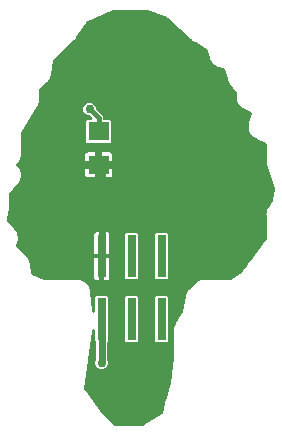
<source format=gbr>
G04 EAGLE Gerber RS-274X export*
G75*
%MOMM*%
%FSLAX34Y34*%
%LPD*%
%INBottom Copper*%
%IPPOS*%
%AMOC8*
5,1,8,0,0,1.08239X$1,22.5*%
G01*
%ADD10R,1.803000X1.600000*%
%ADD11R,0.787400X3.556000*%
%ADD12C,0.406400*%
%ADD13C,0.756400*%
%ADD14C,0.609600*%

G36*
X60332Y16525D02*
X60332Y16525D01*
X60453Y16530D01*
X60505Y16544D01*
X60559Y16551D01*
X60672Y16591D01*
X60789Y16624D01*
X60850Y16655D01*
X60887Y16668D01*
X60926Y16693D01*
X61007Y16734D01*
X76700Y26324D01*
X76823Y26421D01*
X76948Y26514D01*
X76960Y26528D01*
X76974Y26539D01*
X77073Y26661D01*
X77173Y26780D01*
X77182Y26796D01*
X77193Y26810D01*
X77261Y26952D01*
X77332Y27090D01*
X77338Y27111D01*
X77344Y27124D01*
X77354Y27166D01*
X77399Y27325D01*
X77919Y29925D01*
X78224Y31448D01*
X78528Y32971D01*
X78528Y32972D01*
X78576Y33212D01*
X78586Y33326D01*
X78604Y33440D01*
X78602Y33517D01*
X78605Y33559D01*
X78599Y33603D01*
X78596Y33685D01*
X78575Y33868D01*
X79000Y35357D01*
X79007Y35399D01*
X79029Y35477D01*
X79333Y36995D01*
X79436Y37148D01*
X79488Y37250D01*
X79549Y37348D01*
X79576Y37420D01*
X79595Y37458D01*
X79606Y37500D01*
X79635Y37577D01*
X83941Y52647D01*
X83941Y52653D01*
X83943Y52658D01*
X83959Y52736D01*
X83971Y52774D01*
X83974Y52816D01*
X83990Y52898D01*
X86350Y74139D01*
X86350Y74189D01*
X86359Y74307D01*
X86359Y95082D01*
X86352Y95146D01*
X86354Y95210D01*
X86323Y95394D01*
X86319Y95428D01*
X86316Y95437D01*
X86314Y95451D01*
X86172Y96016D01*
X86343Y97160D01*
X86344Y97191D01*
X86359Y97385D01*
X86359Y98541D01*
X86582Y99079D01*
X86600Y99141D01*
X86626Y99200D01*
X86668Y99381D01*
X86678Y99415D01*
X86678Y99424D01*
X86682Y99438D01*
X86767Y100015D01*
X87362Y101006D01*
X87375Y101034D01*
X87445Y101171D01*
X87454Y101186D01*
X87456Y101192D01*
X87464Y101207D01*
X87906Y102276D01*
X88318Y102688D01*
X88358Y102738D01*
X88405Y102782D01*
X88513Y102933D01*
X88535Y102961D01*
X88539Y102969D01*
X88547Y102981D01*
X94286Y112545D01*
X94354Y112695D01*
X94423Y112841D01*
X94426Y112854D01*
X94430Y112863D01*
X94436Y112896D01*
X94482Y113079D01*
X96499Y125177D01*
X96499Y125180D01*
X96500Y125183D01*
X96519Y125427D01*
X96519Y126481D01*
X96782Y127115D01*
X96796Y127164D01*
X96818Y127210D01*
X96860Y127381D01*
X96871Y127413D01*
X96872Y127426D01*
X96877Y127447D01*
X96990Y128124D01*
X97548Y129018D01*
X97549Y129021D01*
X97551Y129024D01*
X97663Y129242D01*
X98066Y130216D01*
X98551Y130701D01*
X98583Y130741D01*
X98621Y130775D01*
X98767Y130971D01*
X99130Y131553D01*
X99987Y132166D01*
X99990Y132168D01*
X99993Y132170D01*
X100179Y132328D01*
X102932Y135081D01*
X106004Y138154D01*
X109739Y139701D01*
X133622Y139701D01*
X133772Y139718D01*
X133922Y139730D01*
X133945Y139738D01*
X133969Y139741D01*
X134110Y139791D01*
X134254Y139838D01*
X134279Y139852D01*
X134297Y139858D01*
X134336Y139884D01*
X134467Y139957D01*
X144820Y146858D01*
X144822Y146860D01*
X144826Y146862D01*
X144957Y146974D01*
X145085Y147083D01*
X145088Y147086D01*
X145090Y147089D01*
X145242Y147280D01*
X147981Y151389D01*
X148036Y151497D01*
X148099Y151600D01*
X148122Y151664D01*
X148140Y151699D01*
X148151Y151744D01*
X148182Y151830D01*
X148219Y151963D01*
X149198Y153221D01*
X149219Y153256D01*
X149263Y153312D01*
X150147Y154638D01*
X150261Y154714D01*
X150353Y154793D01*
X150451Y154864D01*
X150497Y154915D01*
X150527Y154940D01*
X150554Y154977D01*
X150616Y155045D01*
X164778Y173254D01*
X164795Y173281D01*
X164816Y173305D01*
X164885Y173430D01*
X164959Y173551D01*
X164969Y173582D01*
X164985Y173610D01*
X165024Y173747D01*
X165068Y173883D01*
X165071Y173914D01*
X165080Y173945D01*
X165099Y174189D01*
X165099Y194423D01*
X165096Y194451D01*
X165098Y194479D01*
X165070Y194722D01*
X164900Y195569D01*
X164977Y195959D01*
X165070Y196429D01*
X165072Y196455D01*
X165080Y196481D01*
X165099Y196725D01*
X165099Y197601D01*
X165430Y198399D01*
X165438Y198427D01*
X165450Y198451D01*
X165517Y198687D01*
X165580Y199005D01*
X165580Y199006D01*
X165685Y199534D01*
X166171Y200264D01*
X166183Y200287D01*
X166199Y200308D01*
X166311Y200526D01*
X166646Y201336D01*
X167257Y201947D01*
X167275Y201969D01*
X167296Y201987D01*
X167448Y202179D01*
X170495Y206750D01*
X170506Y206772D01*
X170522Y206792D01*
X170585Y206927D01*
X170654Y207060D01*
X170660Y207084D01*
X170670Y207107D01*
X170730Y207344D01*
X172343Y217020D01*
X172348Y217122D01*
X172362Y217223D01*
X172356Y217296D01*
X172360Y217368D01*
X172342Y217469D01*
X172333Y217570D01*
X172307Y217664D01*
X172298Y217711D01*
X172284Y217745D01*
X172266Y217806D01*
X165816Y235007D01*
X165806Y235025D01*
X165797Y235055D01*
X165084Y236776D01*
X165082Y236791D01*
X165069Y236941D01*
X165062Y236969D01*
X165059Y236987D01*
X165044Y237032D01*
X165036Y237059D01*
X165098Y238907D01*
X165097Y238927D01*
X165099Y238958D01*
X165099Y254399D01*
X165097Y254421D01*
X165099Y254443D01*
X165077Y254594D01*
X165059Y254745D01*
X165052Y254766D01*
X165049Y254788D01*
X164993Y254930D01*
X164942Y255073D01*
X164930Y255092D01*
X164922Y255113D01*
X164836Y255238D01*
X164753Y255366D01*
X164737Y255382D01*
X164724Y255400D01*
X164612Y255502D01*
X164502Y255608D01*
X164483Y255620D01*
X164467Y255635D01*
X164257Y255761D01*
X156623Y259578D01*
X156582Y259594D01*
X156543Y259616D01*
X156311Y259694D01*
X155595Y259873D01*
X154790Y260469D01*
X154781Y260474D01*
X154774Y260481D01*
X154564Y260608D01*
X153668Y261056D01*
X153184Y261614D01*
X153152Y261644D01*
X153125Y261679D01*
X152940Y261840D01*
X152347Y262279D01*
X151832Y263138D01*
X151825Y263146D01*
X151821Y263156D01*
X151676Y263353D01*
X151020Y264109D01*
X150786Y264810D01*
X150768Y264850D01*
X150756Y264893D01*
X150647Y265112D01*
X150267Y265745D01*
X150120Y266736D01*
X150117Y266746D01*
X150117Y266756D01*
X150058Y266994D01*
X149742Y267944D01*
X149794Y268681D01*
X149792Y268725D01*
X149798Y268769D01*
X149781Y269013D01*
X149672Y269744D01*
X149915Y270716D01*
X149917Y270726D01*
X149920Y270735D01*
X149957Y270977D01*
X150028Y271976D01*
X150358Y272637D01*
X150374Y272678D01*
X150396Y272717D01*
X150474Y272949D01*
X152260Y280092D01*
X152279Y280241D01*
X152303Y280389D01*
X152302Y280413D01*
X152305Y280437D01*
X152290Y280587D01*
X152280Y280737D01*
X152273Y280760D01*
X152270Y280784D01*
X152222Y280926D01*
X152178Y281070D01*
X152166Y281091D01*
X152158Y281114D01*
X152078Y281242D01*
X152003Y281371D01*
X151987Y281389D01*
X151974Y281410D01*
X151867Y281516D01*
X151764Y281625D01*
X151740Y281642D01*
X151727Y281656D01*
X151687Y281681D01*
X151565Y281767D01*
X145374Y285482D01*
X145346Y285495D01*
X145173Y285584D01*
X144104Y286026D01*
X143692Y286438D01*
X143642Y286478D01*
X143598Y286525D01*
X143446Y286633D01*
X143419Y286655D01*
X143411Y286659D01*
X143399Y286667D01*
X142899Y286967D01*
X142211Y287896D01*
X142190Y287919D01*
X142064Y288067D01*
X141246Y288884D01*
X141023Y289423D01*
X140992Y289479D01*
X140969Y289539D01*
X140871Y289697D01*
X140854Y289727D01*
X140847Y289735D01*
X140840Y289747D01*
X140493Y290215D01*
X140212Y291337D01*
X140201Y291366D01*
X140142Y291550D01*
X139699Y292619D01*
X139699Y293202D01*
X139692Y293266D01*
X139694Y293330D01*
X139663Y293514D01*
X139659Y293548D01*
X139656Y293557D01*
X139654Y293571D01*
X139512Y294136D01*
X139683Y295280D01*
X139684Y295311D01*
X139699Y295505D01*
X139699Y298365D01*
X139697Y298384D01*
X139699Y298402D01*
X139677Y298557D01*
X139659Y298712D01*
X139653Y298729D01*
X139651Y298747D01*
X139594Y298893D01*
X139542Y299040D01*
X139532Y299055D01*
X139525Y299072D01*
X139395Y299279D01*
X134360Y305992D01*
X134333Y306020D01*
X134292Y306076D01*
X133240Y307289D01*
X133200Y307408D01*
X133149Y307519D01*
X133104Y307634D01*
X133069Y307690D01*
X133053Y307724D01*
X133024Y307761D01*
X132974Y307840D01*
X132899Y307940D01*
X132500Y309497D01*
X132486Y309533D01*
X132470Y309600D01*
X129549Y318362D01*
X129499Y318469D01*
X129457Y318580D01*
X129425Y318627D01*
X129402Y318678D01*
X129329Y318771D01*
X129263Y318869D01*
X129221Y318908D01*
X129186Y318952D01*
X129094Y319026D01*
X129007Y319107D01*
X128959Y319135D01*
X128914Y319170D01*
X128808Y319221D01*
X128705Y319280D01*
X128637Y319303D01*
X128600Y319321D01*
X128556Y319330D01*
X128473Y319358D01*
X125087Y320205D01*
X125039Y320211D01*
X124942Y320234D01*
X123505Y320447D01*
X123263Y320593D01*
X123170Y320635D01*
X123081Y320686D01*
X122989Y320717D01*
X122946Y320737D01*
X122909Y320744D01*
X122849Y320764D01*
X122575Y320833D01*
X121408Y321698D01*
X121366Y321722D01*
X121285Y321780D01*
X120039Y322527D01*
X119871Y322754D01*
X119801Y322829D01*
X119738Y322910D01*
X119666Y322974D01*
X119633Y323008D01*
X119602Y323029D01*
X119554Y323071D01*
X119327Y323239D01*
X118580Y324485D01*
X118550Y324523D01*
X118498Y324608D01*
X117633Y325775D01*
X117564Y326049D01*
X117528Y326145D01*
X117501Y326244D01*
X117458Y326331D01*
X117442Y326375D01*
X117421Y326406D01*
X117393Y326463D01*
X117247Y326705D01*
X117034Y328142D01*
X117021Y328189D01*
X117005Y328287D01*
X115698Y333513D01*
X115666Y333598D01*
X115644Y333686D01*
X115605Y333761D01*
X115576Y333840D01*
X115525Y333915D01*
X115484Y333995D01*
X115429Y334059D01*
X115382Y334129D01*
X115316Y334191D01*
X115257Y334260D01*
X115164Y334333D01*
X115128Y334368D01*
X115102Y334382D01*
X115065Y334411D01*
X104826Y341238D01*
X104762Y341270D01*
X104704Y341311D01*
X104554Y341377D01*
X104515Y341397D01*
X104501Y341401D01*
X104480Y341410D01*
X103980Y341583D01*
X103076Y342387D01*
X103042Y342411D01*
X102909Y342516D01*
X101902Y343187D01*
X101608Y343626D01*
X101562Y343680D01*
X101523Y343740D01*
X101410Y343859D01*
X101382Y343892D01*
X101370Y343901D01*
X101354Y343917D01*
X81234Y361802D01*
X81105Y361893D01*
X80978Y361985D01*
X80960Y361994D01*
X80949Y362002D01*
X80910Y362017D01*
X80757Y362089D01*
X64456Y368202D01*
X64310Y368239D01*
X64165Y368280D01*
X64136Y368282D01*
X64118Y368287D01*
X64071Y368287D01*
X63921Y368299D01*
X35551Y368299D01*
X35523Y368296D01*
X35495Y368298D01*
X35350Y368276D01*
X35205Y368259D01*
X35178Y368250D01*
X35151Y368246D01*
X34921Y368163D01*
X12321Y357890D01*
X12213Y357825D01*
X12100Y357767D01*
X12064Y357736D01*
X12022Y357711D01*
X11931Y357622D01*
X11836Y357540D01*
X11798Y357493D01*
X11772Y357468D01*
X11746Y357427D01*
X11684Y357348D01*
X4009Y345836D01*
X3997Y345813D01*
X3981Y345792D01*
X3869Y345574D01*
X3534Y344764D01*
X2923Y344153D01*
X2905Y344131D01*
X2884Y344113D01*
X2732Y343921D01*
X2253Y343202D01*
X1525Y342715D01*
X1505Y342697D01*
X1482Y342684D01*
X1295Y342526D01*
X-15568Y325663D01*
X-15568Y325662D01*
X-15569Y325662D01*
X-15687Y325513D01*
X-15784Y325390D01*
X-15785Y325389D01*
X-15866Y325217D01*
X-15933Y325075D01*
X-15933Y325074D01*
X-15934Y325073D01*
X-15993Y324836D01*
X-17759Y314243D01*
X-17759Y314240D01*
X-17760Y314237D01*
X-17779Y313993D01*
X-17779Y312939D01*
X-18042Y312305D01*
X-18056Y312256D01*
X-18078Y312210D01*
X-18137Y311973D01*
X-18250Y311296D01*
X-18808Y310402D01*
X-18809Y310399D01*
X-18811Y310396D01*
X-18923Y310178D01*
X-19326Y309204D01*
X-19811Y308719D01*
X-19843Y308679D01*
X-19881Y308645D01*
X-20026Y308449D01*
X-20390Y307867D01*
X-21247Y307254D01*
X-21250Y307252D01*
X-21253Y307250D01*
X-21439Y307092D01*
X-27493Y301037D01*
X-27572Y300938D01*
X-27656Y300845D01*
X-27680Y300802D01*
X-27710Y300764D01*
X-27764Y300650D01*
X-27825Y300540D01*
X-27838Y300493D01*
X-27859Y300449D01*
X-27885Y300326D01*
X-27920Y300204D01*
X-27925Y300143D01*
X-27932Y300109D01*
X-27931Y300061D01*
X-27939Y299960D01*
X-27939Y293538D01*
X-27932Y293474D01*
X-27934Y293410D01*
X-27903Y293226D01*
X-27899Y293192D01*
X-27896Y293183D01*
X-27894Y293169D01*
X-27752Y292604D01*
X-27923Y291460D01*
X-27924Y291429D01*
X-27939Y291235D01*
X-27939Y290079D01*
X-28162Y289541D01*
X-28180Y289479D01*
X-28206Y289420D01*
X-28248Y289239D01*
X-28258Y289205D01*
X-28258Y289196D01*
X-28262Y289182D01*
X-28347Y288605D01*
X-28942Y287614D01*
X-28955Y287586D01*
X-29044Y287413D01*
X-29486Y286344D01*
X-29898Y285932D01*
X-29938Y285882D01*
X-29985Y285838D01*
X-30093Y285686D01*
X-30115Y285659D01*
X-30119Y285651D01*
X-30127Y285639D01*
X-42962Y264247D01*
X-43010Y264143D01*
X-43065Y264043D01*
X-43081Y263985D01*
X-43106Y263930D01*
X-43128Y263818D01*
X-43160Y263707D01*
X-43166Y263630D01*
X-43174Y263588D01*
X-43173Y263545D01*
X-43179Y263464D01*
X-43179Y247537D01*
X-43176Y247509D01*
X-43178Y247481D01*
X-43150Y247238D01*
X-42980Y246391D01*
X-43150Y245531D01*
X-43152Y245505D01*
X-43160Y245479D01*
X-43179Y245235D01*
X-43179Y244359D01*
X-43510Y243561D01*
X-43518Y243533D01*
X-43530Y243509D01*
X-43597Y243273D01*
X-43765Y242426D01*
X-44251Y241696D01*
X-44263Y241673D01*
X-44279Y241652D01*
X-44391Y241434D01*
X-44726Y240624D01*
X-45337Y240013D01*
X-45355Y239991D01*
X-45376Y239973D01*
X-45478Y239844D01*
X-45490Y239831D01*
X-45497Y239820D01*
X-45528Y239781D01*
X-46674Y238061D01*
X-46736Y237941D01*
X-46803Y237825D01*
X-46815Y237787D01*
X-46833Y237751D01*
X-46866Y237620D01*
X-46905Y237492D01*
X-46908Y237452D01*
X-46917Y237413D01*
X-46919Y237278D01*
X-46928Y237144D01*
X-46922Y237104D01*
X-46922Y237064D01*
X-46894Y236933D01*
X-46872Y236800D01*
X-46857Y236763D01*
X-46848Y236724D01*
X-46790Y236602D01*
X-46739Y236478D01*
X-46716Y236445D01*
X-46699Y236409D01*
X-46615Y236304D01*
X-46536Y236194D01*
X-46500Y236160D01*
X-46481Y236137D01*
X-46442Y236106D01*
X-46358Y236027D01*
X-45414Y235272D01*
X-45240Y234954D01*
X-45186Y234879D01*
X-45141Y234798D01*
X-45067Y234711D01*
X-45038Y234670D01*
X-45015Y234650D01*
X-44982Y234612D01*
X-44726Y234356D01*
X-44200Y233086D01*
X-44176Y233042D01*
X-44127Y232934D01*
X-43465Y231731D01*
X-43425Y231371D01*
X-43404Y231280D01*
X-43393Y231189D01*
X-43358Y231080D01*
X-43347Y231031D01*
X-43333Y231003D01*
X-43318Y230956D01*
X-43179Y230621D01*
X-43179Y229247D01*
X-43174Y229197D01*
X-43170Y229079D01*
X-43018Y227713D01*
X-43119Y227365D01*
X-43134Y227274D01*
X-43160Y227185D01*
X-43169Y227071D01*
X-43177Y227022D01*
X-43175Y226991D01*
X-43179Y226941D01*
X-43179Y226579D01*
X-43705Y225310D01*
X-43719Y225262D01*
X-43761Y225151D01*
X-44143Y223831D01*
X-44370Y223548D01*
X-44419Y223469D01*
X-44476Y223397D01*
X-44528Y223295D01*
X-44555Y223253D01*
X-44565Y223224D01*
X-44588Y223179D01*
X-44726Y222844D01*
X-45698Y221873D01*
X-45729Y221834D01*
X-45810Y221747D01*
X-53005Y212753D01*
X-53028Y212717D01*
X-53056Y212686D01*
X-53120Y212570D01*
X-53191Y212458D01*
X-53204Y212418D01*
X-53225Y212381D01*
X-53261Y212253D01*
X-53304Y212128D01*
X-53308Y212086D01*
X-53320Y212045D01*
X-53339Y211801D01*
X-53339Y201805D01*
X-53336Y201778D01*
X-53338Y201752D01*
X-53310Y201509D01*
X-53140Y200649D01*
X-53310Y199802D01*
X-53312Y199774D01*
X-53320Y199747D01*
X-53339Y199503D01*
X-53339Y198639D01*
X-53675Y197829D01*
X-53682Y197804D01*
X-53694Y197780D01*
X-53761Y197545D01*
X-53960Y196550D01*
X-53960Y196549D01*
X-54265Y195026D01*
X-54569Y193503D01*
X-54570Y193503D01*
X-54874Y191980D01*
X-55009Y191306D01*
X-55010Y191288D01*
X-55015Y191271D01*
X-55025Y191114D01*
X-55038Y190959D01*
X-55035Y190941D01*
X-55036Y190923D01*
X-55010Y190769D01*
X-54987Y190614D01*
X-54980Y190597D01*
X-54977Y190580D01*
X-54916Y190435D01*
X-54859Y190290D01*
X-54849Y190275D01*
X-54842Y190258D01*
X-54705Y190056D01*
X-48894Y182793D01*
X-48841Y182740D01*
X-48796Y182681D01*
X-48679Y182579D01*
X-48647Y182547D01*
X-48632Y182538D01*
X-48611Y182520D01*
X-48207Y182221D01*
X-47572Y181162D01*
X-47545Y181126D01*
X-47455Y180994D01*
X-46683Y180029D01*
X-46543Y179546D01*
X-46514Y179477D01*
X-46495Y179405D01*
X-46426Y179267D01*
X-46409Y179224D01*
X-46398Y179210D01*
X-46386Y179186D01*
X-46127Y178755D01*
X-45946Y177533D01*
X-45934Y177490D01*
X-45902Y177333D01*
X-45558Y176147D01*
X-45614Y175647D01*
X-45613Y175572D01*
X-45623Y175498D01*
X-45613Y175344D01*
X-45612Y175298D01*
X-45608Y175281D01*
X-45607Y175254D01*
X-45532Y174756D01*
X-45832Y173558D01*
X-45838Y173514D01*
X-45868Y173357D01*
X-46005Y172129D01*
X-46247Y171688D01*
X-46276Y171619D01*
X-46313Y171555D01*
X-46362Y171408D01*
X-46379Y171366D01*
X-46382Y171349D01*
X-46391Y171323D01*
X-46958Y169053D01*
X-46976Y168916D01*
X-47001Y168780D01*
X-46999Y168744D01*
X-47003Y168708D01*
X-46990Y168570D01*
X-46983Y168432D01*
X-46973Y168397D01*
X-46969Y168361D01*
X-46924Y168230D01*
X-46886Y168097D01*
X-46868Y168066D01*
X-46857Y168031D01*
X-46783Y167914D01*
X-46716Y167793D01*
X-46687Y167759D01*
X-46672Y167736D01*
X-46637Y167700D01*
X-46558Y167607D01*
X-39219Y160268D01*
X-39216Y160266D01*
X-39214Y160264D01*
X-39027Y160106D01*
X-38170Y159493D01*
X-37807Y158911D01*
X-37775Y158872D01*
X-37750Y158827D01*
X-37649Y158708D01*
X-37636Y158689D01*
X-37623Y158678D01*
X-37591Y158641D01*
X-37106Y158156D01*
X-36703Y157182D01*
X-36701Y157179D01*
X-36700Y157175D01*
X-36588Y156958D01*
X-36030Y156064D01*
X-35917Y155387D01*
X-35903Y155338D01*
X-35897Y155288D01*
X-35822Y155055D01*
X-35559Y154421D01*
X-35559Y153367D01*
X-35559Y153364D01*
X-35559Y153360D01*
X-35539Y153117D01*
X-34208Y145132D01*
X-34176Y145021D01*
X-34153Y144907D01*
X-34128Y144854D01*
X-34112Y144797D01*
X-34055Y144696D01*
X-34007Y144591D01*
X-33970Y144544D01*
X-33942Y144493D01*
X-33864Y144407D01*
X-33793Y144316D01*
X-33747Y144279D01*
X-33707Y144235D01*
X-33612Y144169D01*
X-33522Y144097D01*
X-33455Y144061D01*
X-33420Y144037D01*
X-33379Y144021D01*
X-33305Y143983D01*
X-23602Y139824D01*
X-23591Y139821D01*
X-23581Y139815D01*
X-23423Y139771D01*
X-23268Y139724D01*
X-23257Y139723D01*
X-23246Y139720D01*
X-23002Y139701D01*
X4497Y139701D01*
X4546Y139706D01*
X4649Y139708D01*
X6080Y139851D01*
X6364Y139766D01*
X6463Y139748D01*
X6561Y139720D01*
X6660Y139712D01*
X6707Y139704D01*
X6743Y139706D01*
X6804Y139701D01*
X7101Y139701D01*
X8430Y139150D01*
X8477Y139137D01*
X8573Y139099D01*
X9950Y138684D01*
X10180Y138496D01*
X10265Y138441D01*
X10344Y138379D01*
X10432Y138333D01*
X10473Y138307D01*
X10507Y138295D01*
X10561Y138267D01*
X10836Y138154D01*
X11853Y137137D01*
X11891Y137107D01*
X11965Y137035D01*
X13078Y136124D01*
X13219Y135863D01*
X13276Y135780D01*
X13325Y135692D01*
X13390Y135616D01*
X13417Y135576D01*
X13444Y135552D01*
X13484Y135505D01*
X13694Y135296D01*
X14244Y133967D01*
X14268Y133924D01*
X14309Y133830D01*
X14989Y132562D01*
X15019Y132267D01*
X15040Y132168D01*
X15052Y132068D01*
X15083Y131973D01*
X15093Y131926D01*
X15108Y131894D01*
X15127Y131835D01*
X15241Y131561D01*
X15241Y130123D01*
X15246Y130074D01*
X15248Y129971D01*
X16899Y113461D01*
X16920Y113364D01*
X16932Y113266D01*
X16957Y113194D01*
X16973Y113120D01*
X17016Y113031D01*
X17049Y112938D01*
X17090Y112874D01*
X17123Y112805D01*
X17185Y112728D01*
X17238Y112645D01*
X17293Y112592D01*
X17340Y112533D01*
X17418Y112472D01*
X17489Y112403D01*
X17554Y112364D01*
X17614Y112317D01*
X17703Y112275D01*
X17788Y112224D01*
X17860Y112201D01*
X17929Y112169D01*
X18026Y112148D01*
X18120Y112118D01*
X18196Y112112D01*
X18270Y112096D01*
X18369Y112098D01*
X18467Y112090D01*
X18542Y112101D01*
X18618Y112103D01*
X18714Y112127D01*
X18812Y112142D01*
X18883Y112170D01*
X18956Y112188D01*
X19044Y112234D01*
X19136Y112270D01*
X19198Y112314D01*
X19266Y112349D01*
X19341Y112413D01*
X19422Y112469D01*
X19473Y112526D01*
X19531Y112575D01*
X19589Y112655D01*
X19655Y112728D01*
X19692Y112795D01*
X19737Y112856D01*
X19776Y112947D01*
X19824Y113033D01*
X19845Y113106D01*
X19875Y113176D01*
X19892Y113273D01*
X19919Y113369D01*
X19927Y113471D01*
X19935Y113519D01*
X19935Y113566D01*
X19938Y113612D01*
X19938Y125092D01*
X20831Y125985D01*
X29969Y125985D01*
X30862Y125092D01*
X30862Y88268D01*
X30419Y87826D01*
X30340Y87727D01*
X30256Y87633D01*
X30232Y87590D01*
X30202Y87553D01*
X30148Y87438D01*
X30087Y87328D01*
X30074Y87281D01*
X30053Y87237D01*
X30027Y87114D01*
X29992Y86992D01*
X29987Y86932D01*
X29980Y86897D01*
X29981Y86849D01*
X29973Y86748D01*
X29973Y72981D01*
X29973Y72979D01*
X29973Y72977D01*
X29993Y72806D01*
X30013Y72634D01*
X30013Y72632D01*
X30014Y72630D01*
X30089Y72398D01*
X30707Y70906D01*
X30707Y68794D01*
X29899Y66844D01*
X28406Y65351D01*
X26456Y64543D01*
X24344Y64543D01*
X22394Y65351D01*
X20901Y66844D01*
X20093Y68794D01*
X20093Y70906D01*
X20711Y72398D01*
X20712Y72400D01*
X20713Y72401D01*
X20760Y72569D01*
X20807Y72733D01*
X20807Y72735D01*
X20808Y72737D01*
X20827Y72981D01*
X20827Y86748D01*
X20813Y86874D01*
X20806Y87000D01*
X20793Y87047D01*
X20787Y87095D01*
X20745Y87214D01*
X20710Y87335D01*
X20686Y87377D01*
X20670Y87423D01*
X20601Y87529D01*
X20540Y87639D01*
X20500Y87686D01*
X20481Y87716D01*
X20446Y87749D01*
X20381Y87826D01*
X19938Y88268D01*
X19938Y96434D01*
X19929Y96511D01*
X19930Y96589D01*
X19909Y96684D01*
X19898Y96780D01*
X19872Y96853D01*
X19855Y96930D01*
X19814Y97017D01*
X19781Y97108D01*
X19739Y97174D01*
X19705Y97244D01*
X19644Y97320D01*
X19592Y97401D01*
X19536Y97455D01*
X19487Y97516D01*
X19411Y97576D01*
X19341Y97643D01*
X19274Y97683D01*
X19213Y97731D01*
X19125Y97772D01*
X19042Y97822D01*
X18968Y97846D01*
X18897Y97879D01*
X18802Y97899D01*
X18710Y97928D01*
X18632Y97934D01*
X18556Y97950D01*
X18459Y97948D01*
X18363Y97956D01*
X18286Y97945D01*
X18208Y97943D01*
X18114Y97919D01*
X18018Y97904D01*
X17946Y97876D01*
X17870Y97856D01*
X17784Y97811D01*
X17694Y97776D01*
X17630Y97731D01*
X17561Y97695D01*
X17488Y97632D01*
X17408Y97577D01*
X17356Y97519D01*
X17297Y97468D01*
X17239Y97390D01*
X17175Y97318D01*
X17137Y97250D01*
X17091Y97187D01*
X17053Y97098D01*
X17006Y97013D01*
X16985Y96938D01*
X16954Y96866D01*
X16924Y96724D01*
X16911Y96678D01*
X16909Y96652D01*
X16904Y96627D01*
X10679Y47863D01*
X10677Y47748D01*
X10667Y47633D01*
X10675Y47574D01*
X10675Y47515D01*
X10699Y47402D01*
X10715Y47288D01*
X10737Y47232D01*
X10750Y47174D01*
X10799Y47070D01*
X10841Y46963D01*
X10882Y46898D01*
X10900Y46860D01*
X10927Y46826D01*
X10971Y46756D01*
X26680Y25811D01*
X26707Y25783D01*
X26822Y25648D01*
X35513Y16957D01*
X35612Y16878D01*
X35705Y16794D01*
X35748Y16770D01*
X35786Y16740D01*
X35900Y16686D01*
X36010Y16625D01*
X36057Y16612D01*
X36101Y16591D01*
X36224Y16565D01*
X36346Y16530D01*
X36407Y16525D01*
X36441Y16518D01*
X36489Y16519D01*
X36590Y16511D01*
X60213Y16511D01*
X60332Y16525D01*
G37*
%LPC*%
G36*
X13213Y256155D02*
X13213Y256155D01*
X12320Y257048D01*
X12320Y274312D01*
X13213Y275205D01*
X15808Y275205D01*
X15908Y275216D01*
X16008Y275218D01*
X16080Y275236D01*
X16154Y275245D01*
X16249Y275279D01*
X16346Y275303D01*
X16412Y275337D01*
X16482Y275362D01*
X16567Y275417D01*
X16656Y275463D01*
X16712Y275511D01*
X16775Y275551D01*
X16845Y275623D01*
X16921Y275688D01*
X16965Y275748D01*
X17017Y275802D01*
X17069Y275888D01*
X17128Y275969D01*
X17158Y276037D01*
X17196Y276101D01*
X17227Y276196D01*
X17266Y276289D01*
X17280Y276362D01*
X17302Y276433D01*
X17310Y276533D01*
X17328Y276632D01*
X17324Y276706D01*
X17330Y276780D01*
X17315Y276880D01*
X17310Y276980D01*
X17290Y277051D01*
X17279Y277125D01*
X17241Y277218D01*
X17214Y277315D01*
X17177Y277380D01*
X17150Y277449D01*
X17092Y277531D01*
X17043Y277619D01*
X16978Y277695D01*
X16951Y277735D01*
X16924Y277759D01*
X16885Y277805D01*
X15963Y278727D01*
X15864Y278806D01*
X15770Y278890D01*
X15728Y278914D01*
X15690Y278944D01*
X15576Y278998D01*
X15465Y279059D01*
X15418Y279072D01*
X15375Y279093D01*
X15251Y279119D01*
X15130Y279154D01*
X15069Y279159D01*
X15034Y279166D01*
X14986Y279165D01*
X14886Y279173D01*
X14184Y279173D01*
X12234Y279981D01*
X10741Y281474D01*
X9933Y283424D01*
X9933Y285536D01*
X10741Y287486D01*
X12234Y288979D01*
X14184Y289787D01*
X16296Y289787D01*
X18246Y288979D01*
X19739Y287486D01*
X20547Y285536D01*
X20547Y284834D01*
X20561Y284709D01*
X20568Y284582D01*
X20581Y284536D01*
X20587Y284488D01*
X20629Y284369D01*
X20664Y284248D01*
X20688Y284205D01*
X20704Y284160D01*
X20773Y284054D01*
X20834Y283943D01*
X20874Y283897D01*
X20893Y283867D01*
X20928Y283834D01*
X20993Y283757D01*
X26417Y278333D01*
X26417Y276728D01*
X26420Y276702D01*
X26418Y276676D01*
X26440Y276529D01*
X26457Y276382D01*
X26465Y276357D01*
X26469Y276331D01*
X26524Y276193D01*
X26574Y276054D01*
X26588Y276032D01*
X26598Y276007D01*
X26683Y275886D01*
X26763Y275761D01*
X26782Y275743D01*
X26797Y275721D01*
X26907Y275622D01*
X27014Y275519D01*
X27036Y275505D01*
X27056Y275488D01*
X27186Y275416D01*
X27313Y275340D01*
X27338Y275332D01*
X27361Y275319D01*
X27504Y275279D01*
X27645Y275234D01*
X27671Y275232D01*
X27696Y275224D01*
X27940Y275205D01*
X32507Y275205D01*
X33400Y274312D01*
X33400Y257048D01*
X32507Y256155D01*
X13213Y256155D01*
G37*
%LPD*%
%LPC*%
G36*
X71631Y140715D02*
X71631Y140715D01*
X70738Y141608D01*
X70738Y178432D01*
X71631Y179325D01*
X80769Y179325D01*
X81662Y178432D01*
X81662Y141608D01*
X80769Y140715D01*
X71631Y140715D01*
G37*
%LPD*%
%LPC*%
G36*
X46231Y140715D02*
X46231Y140715D01*
X45338Y141608D01*
X45338Y178432D01*
X46231Y179325D01*
X55369Y179325D01*
X56262Y178432D01*
X56262Y141608D01*
X55369Y140715D01*
X46231Y140715D01*
G37*
%LPD*%
%LPC*%
G36*
X71631Y87375D02*
X71631Y87375D01*
X70738Y88268D01*
X70738Y125092D01*
X71631Y125985D01*
X80769Y125985D01*
X81662Y125092D01*
X81662Y88268D01*
X80769Y87375D01*
X71631Y87375D01*
G37*
%LPD*%
%LPC*%
G36*
X46231Y87375D02*
X46231Y87375D01*
X45338Y88268D01*
X45338Y125092D01*
X46231Y125985D01*
X55369Y125985D01*
X56262Y125092D01*
X56262Y88268D01*
X55369Y87375D01*
X46231Y87375D01*
G37*
%LPD*%
%LPC*%
G36*
X27368Y161988D02*
X27368Y161988D01*
X27368Y180341D01*
X29672Y180341D01*
X30318Y180168D01*
X30897Y179833D01*
X31370Y179360D01*
X31705Y178781D01*
X31878Y178135D01*
X31878Y161988D01*
X27368Y161988D01*
G37*
%LPD*%
%LPC*%
G36*
X27368Y139699D02*
X27368Y139699D01*
X27368Y158052D01*
X31878Y158052D01*
X31878Y141905D01*
X31705Y141259D01*
X31370Y140680D01*
X30897Y140207D01*
X30318Y139872D01*
X29672Y139699D01*
X27368Y139699D01*
G37*
%LPD*%
%LPC*%
G36*
X18922Y161988D02*
X18922Y161988D01*
X18922Y178135D01*
X19095Y178781D01*
X19430Y179360D01*
X19903Y179833D01*
X20482Y180168D01*
X21128Y180341D01*
X23432Y180341D01*
X23432Y161988D01*
X18922Y161988D01*
G37*
%LPD*%
%LPC*%
G36*
X21128Y139699D02*
X21128Y139699D01*
X20482Y139872D01*
X19903Y140207D01*
X19430Y140680D01*
X19095Y141259D01*
X18922Y141905D01*
X18922Y158052D01*
X23432Y158052D01*
X23432Y139699D01*
X21128Y139699D01*
G37*
%LPD*%
%LPC*%
G36*
X25907Y240287D02*
X25907Y240287D01*
X25907Y247781D01*
X32210Y247781D01*
X32856Y247608D01*
X33435Y247273D01*
X33908Y246800D01*
X34243Y246221D01*
X34416Y245575D01*
X34416Y240287D01*
X25907Y240287D01*
G37*
%LPD*%
%LPC*%
G36*
X11304Y240287D02*
X11304Y240287D01*
X11304Y245575D01*
X11477Y246221D01*
X11812Y246800D01*
X12285Y247273D01*
X12864Y247608D01*
X13510Y247781D01*
X19813Y247781D01*
X19813Y240287D01*
X11304Y240287D01*
G37*
%LPD*%
%LPC*%
G36*
X25907Y226699D02*
X25907Y226699D01*
X25907Y234193D01*
X34416Y234193D01*
X34416Y228905D01*
X34243Y228259D01*
X33908Y227680D01*
X33435Y227207D01*
X32856Y226872D01*
X32210Y226699D01*
X25907Y226699D01*
G37*
%LPD*%
%LPC*%
G36*
X13510Y226699D02*
X13510Y226699D01*
X12864Y226872D01*
X12285Y227207D01*
X11812Y227680D01*
X11477Y228259D01*
X11304Y228905D01*
X11304Y234193D01*
X19813Y234193D01*
X19813Y226699D01*
X13510Y226699D01*
G37*
%LPD*%
%LPC*%
G36*
X22859Y237239D02*
X22859Y237239D01*
X22859Y237241D01*
X22861Y237241D01*
X22861Y237239D01*
X22859Y237239D01*
G37*
%LPD*%
D10*
X22860Y237240D03*
X22860Y265680D03*
D11*
X76200Y160020D03*
X76200Y106680D03*
X50800Y160020D03*
X50800Y106680D03*
X25400Y160020D03*
X25400Y106680D03*
D12*
X22860Y265680D02*
X22860Y276860D01*
X15240Y284480D01*
D13*
X15240Y284480D03*
X25400Y69850D03*
D14*
X25400Y106680D01*
X25400Y160020D02*
X25400Y234700D01*
X22860Y237240D01*
M02*

</source>
